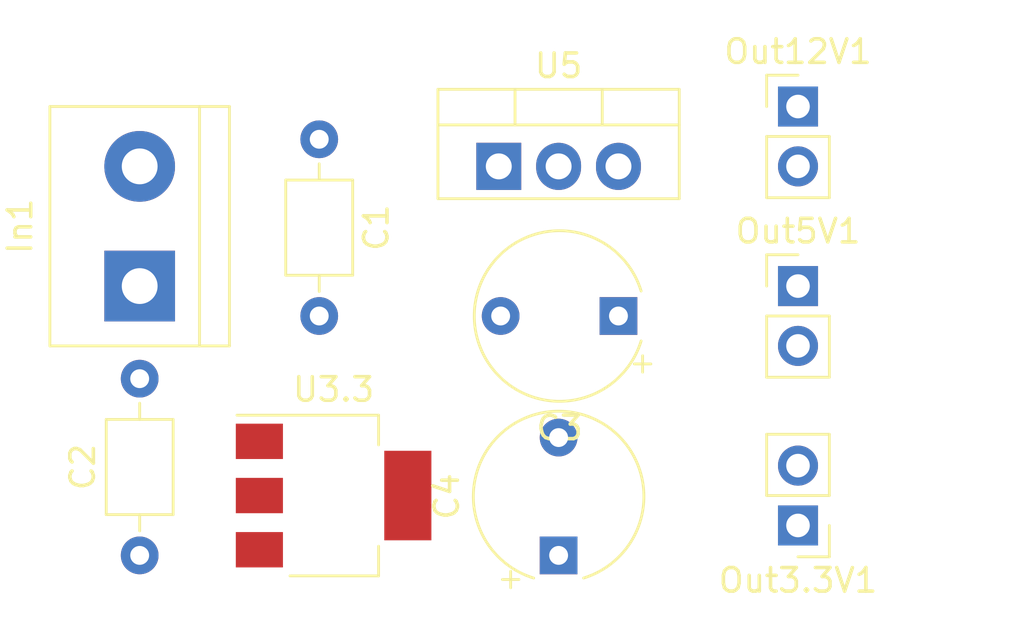
<source format=kicad_pcb>
(kicad_pcb (version 20171130) (host pcbnew 5.1.2-f72e74a~84~ubuntu18.10.1)

  (general
    (thickness 1.6)
    (drawings 0)
    (tracks 0)
    (zones 0)
    (modules 10)
    (nets 6)
  )

  (page A4)
  (layers
    (0 F.Cu signal)
    (31 B.Cu signal)
    (32 B.Adhes user)
    (33 F.Adhes user)
    (34 B.Paste user)
    (35 F.Paste user)
    (36 B.SilkS user)
    (37 F.SilkS user)
    (38 B.Mask user)
    (39 F.Mask user)
    (40 Dwgs.User user)
    (41 Cmts.User user)
    (42 Eco1.User user)
    (43 Eco2.User user)
    (44 Edge.Cuts user)
    (45 Margin user)
    (46 B.CrtYd user)
    (47 F.CrtYd user)
    (48 B.Fab user)
    (49 F.Fab user)
  )

  (setup
    (last_trace_width 0.25)
    (trace_clearance 0.2)
    (zone_clearance 0.508)
    (zone_45_only no)
    (trace_min 0.2)
    (via_size 0.8)
    (via_drill 0.4)
    (via_min_size 0.4)
    (via_min_drill 0.3)
    (uvia_size 0.3)
    (uvia_drill 0.1)
    (uvias_allowed no)
    (uvia_min_size 0.2)
    (uvia_min_drill 0.1)
    (edge_width 0.05)
    (segment_width 0.2)
    (pcb_text_width 0.3)
    (pcb_text_size 1.5 1.5)
    (mod_edge_width 0.12)
    (mod_text_size 1 1)
    (mod_text_width 0.15)
    (pad_size 1.524 1.524)
    (pad_drill 0.762)
    (pad_to_mask_clearance 0.051)
    (solder_mask_min_width 0.25)
    (aux_axis_origin 0 0)
    (visible_elements FFFFFF7F)
    (pcbplotparams
      (layerselection 0x010fc_ffffffff)
      (usegerberextensions false)
      (usegerberattributes false)
      (usegerberadvancedattributes false)
      (creategerberjobfile false)
      (excludeedgelayer true)
      (linewidth 0.100000)
      (plotframeref false)
      (viasonmask false)
      (mode 1)
      (useauxorigin false)
      (hpglpennumber 1)
      (hpglpenspeed 20)
      (hpglpendiameter 15.000000)
      (psnegative false)
      (psa4output false)
      (plotreference true)
      (plotvalue true)
      (plotinvisibletext false)
      (padsonsilk false)
      (subtractmaskfromsilk false)
      (outputformat 1)
      (mirror false)
      (drillshape 1)
      (scaleselection 1)
      (outputdirectory ""))
  )

  (net 0 "")
  (net 1 GNDREF)
  (net 2 "Net-(C1-Pad1)")
  (net 3 "Net-(C3-Pad1)")
  (net 4 "Net-(C4-Pad1)")
  (net 5 "Net-(U5-Pad2)")

  (net_class Default "This is the default net class."
    (clearance 0.2)
    (trace_width 0.25)
    (via_dia 0.8)
    (via_drill 0.4)
    (uvia_dia 0.3)
    (uvia_drill 0.1)
    (add_net GNDREF)
    (add_net "Net-(C1-Pad1)")
    (add_net "Net-(C3-Pad1)")
    (add_net "Net-(C4-Pad1)")
    (add_net "Net-(U5-Pad2)")
  )

  (module Capacitor_THT:C_Axial_L3.8mm_D2.6mm_P7.50mm_Horizontal (layer F.Cu) (tedit 5AE50EF0) (tstamp 5CE5D98A)
    (at 106.68 64.89 270)
    (descr "C, Axial series, Axial, Horizontal, pin pitch=7.5mm, , length*diameter=3.8*2.6mm^2, http://www.vishay.com/docs/45231/arseries.pdf")
    (tags "C Axial series Axial Horizontal pin pitch 7.5mm  length 3.8mm diameter 2.6mm")
    (path /5CE5CEB5)
    (fp_text reference C1 (at 3.75 -2.42 90) (layer F.SilkS)
      (effects (font (size 1 1) (thickness 0.15)))
    )
    (fp_text value 0.1uF (at 3.75 2.42 90) (layer F.Fab)
      (effects (font (size 1 1) (thickness 0.15)))
    )
    (fp_text user %R (at 3.75 0 90) (layer F.Fab)
      (effects (font (size 0.76 0.76) (thickness 0.114)))
    )
    (fp_line (start 8.55 -1.55) (end -1.05 -1.55) (layer F.CrtYd) (width 0.05))
    (fp_line (start 8.55 1.55) (end 8.55 -1.55) (layer F.CrtYd) (width 0.05))
    (fp_line (start -1.05 1.55) (end 8.55 1.55) (layer F.CrtYd) (width 0.05))
    (fp_line (start -1.05 -1.55) (end -1.05 1.55) (layer F.CrtYd) (width 0.05))
    (fp_line (start 6.46 0) (end 5.77 0) (layer F.SilkS) (width 0.12))
    (fp_line (start 1.04 0) (end 1.73 0) (layer F.SilkS) (width 0.12))
    (fp_line (start 5.77 -1.42) (end 1.73 -1.42) (layer F.SilkS) (width 0.12))
    (fp_line (start 5.77 1.42) (end 5.77 -1.42) (layer F.SilkS) (width 0.12))
    (fp_line (start 1.73 1.42) (end 5.77 1.42) (layer F.SilkS) (width 0.12))
    (fp_line (start 1.73 -1.42) (end 1.73 1.42) (layer F.SilkS) (width 0.12))
    (fp_line (start 7.5 0) (end 5.65 0) (layer F.Fab) (width 0.1))
    (fp_line (start 0 0) (end 1.85 0) (layer F.Fab) (width 0.1))
    (fp_line (start 5.65 -1.3) (end 1.85 -1.3) (layer F.Fab) (width 0.1))
    (fp_line (start 5.65 1.3) (end 5.65 -1.3) (layer F.Fab) (width 0.1))
    (fp_line (start 1.85 1.3) (end 5.65 1.3) (layer F.Fab) (width 0.1))
    (fp_line (start 1.85 -1.3) (end 1.85 1.3) (layer F.Fab) (width 0.1))
    (pad 2 thru_hole oval (at 7.5 0 270) (size 1.6 1.6) (drill 0.8) (layers *.Cu *.Mask)
      (net 1 GNDREF))
    (pad 1 thru_hole circle (at 0 0 270) (size 1.6 1.6) (drill 0.8) (layers *.Cu *.Mask)
      (net 2 "Net-(C1-Pad1)"))
    (model ${KISYS3DMOD}/Capacitor_THT.3dshapes/C_Axial_L3.8mm_D2.6mm_P7.50mm_Horizontal.wrl
      (at (xyz 0 0 0))
      (scale (xyz 1 1 1))
      (rotate (xyz 0 0 0))
    )
  )

  (module Capacitor_THT:C_Axial_L3.8mm_D2.6mm_P7.50mm_Horizontal (layer F.Cu) (tedit 5AE50EF0) (tstamp 5CE5D9A1)
    (at 99.06 82.55 90)
    (descr "C, Axial series, Axial, Horizontal, pin pitch=7.5mm, , length*diameter=3.8*2.6mm^2, http://www.vishay.com/docs/45231/arseries.pdf")
    (tags "C Axial series Axial Horizontal pin pitch 7.5mm  length 3.8mm diameter 2.6mm")
    (path /5CE5B116)
    (fp_text reference C2 (at 3.75 -2.42 90) (layer F.SilkS)
      (effects (font (size 1 1) (thickness 0.15)))
    )
    (fp_text value 0.1uF (at 3.75 2.42 90) (layer F.Fab)
      (effects (font (size 1 1) (thickness 0.15)))
    )
    (fp_line (start 1.85 -1.3) (end 1.85 1.3) (layer F.Fab) (width 0.1))
    (fp_line (start 1.85 1.3) (end 5.65 1.3) (layer F.Fab) (width 0.1))
    (fp_line (start 5.65 1.3) (end 5.65 -1.3) (layer F.Fab) (width 0.1))
    (fp_line (start 5.65 -1.3) (end 1.85 -1.3) (layer F.Fab) (width 0.1))
    (fp_line (start 0 0) (end 1.85 0) (layer F.Fab) (width 0.1))
    (fp_line (start 7.5 0) (end 5.65 0) (layer F.Fab) (width 0.1))
    (fp_line (start 1.73 -1.42) (end 1.73 1.42) (layer F.SilkS) (width 0.12))
    (fp_line (start 1.73 1.42) (end 5.77 1.42) (layer F.SilkS) (width 0.12))
    (fp_line (start 5.77 1.42) (end 5.77 -1.42) (layer F.SilkS) (width 0.12))
    (fp_line (start 5.77 -1.42) (end 1.73 -1.42) (layer F.SilkS) (width 0.12))
    (fp_line (start 1.04 0) (end 1.73 0) (layer F.SilkS) (width 0.12))
    (fp_line (start 6.46 0) (end 5.77 0) (layer F.SilkS) (width 0.12))
    (fp_line (start -1.05 -1.55) (end -1.05 1.55) (layer F.CrtYd) (width 0.05))
    (fp_line (start -1.05 1.55) (end 8.55 1.55) (layer F.CrtYd) (width 0.05))
    (fp_line (start 8.55 1.55) (end 8.55 -1.55) (layer F.CrtYd) (width 0.05))
    (fp_line (start 8.55 -1.55) (end -1.05 -1.55) (layer F.CrtYd) (width 0.05))
    (fp_text user %R (at 3.75 0 90) (layer F.Fab)
      (effects (font (size 0.76 0.76) (thickness 0.114)))
    )
    (pad 1 thru_hole circle (at 0 0 90) (size 1.6 1.6) (drill 0.8) (layers *.Cu *.Mask)
      (net 2 "Net-(C1-Pad1)"))
    (pad 2 thru_hole oval (at 7.5 0 90) (size 1.6 1.6) (drill 0.8) (layers *.Cu *.Mask)
      (net 1 GNDREF))
    (model ${KISYS3DMOD}/Capacitor_THT.3dshapes/C_Axial_L3.8mm_D2.6mm_P7.50mm_Horizontal.wrl
      (at (xyz 0 0 0))
      (scale (xyz 1 1 1))
      (rotate (xyz 0 0 0))
    )
  )

  (module Capacitor_THT:CP_Radial_Tantal_D7.0mm_P5.00mm (layer F.Cu) (tedit 5AE50EF0) (tstamp 5CE5D9AF)
    (at 119.38 72.39 180)
    (descr "CP, Radial_Tantal series, Radial, pin pitch=5.00mm, , diameter=7.0mm, Tantal Electrolytic Capacitor, http://cdn-reichelt.de/documents/datenblatt/B300/TANTAL-TB-Serie%23.pdf")
    (tags "CP Radial_Tantal series Radial pin pitch 5.00mm  diameter 7.0mm Tantal Electrolytic Capacitor")
    (path /5CE5D267)
    (fp_text reference C3 (at 2.5 -4.75) (layer F.SilkS)
      (effects (font (size 1 1) (thickness 0.15)))
    )
    (fp_text value 10uF (at 2.5 4.75) (layer F.Fab)
      (effects (font (size 1 1) (thickness 0.15)))
    )
    (fp_text user %R (at 2.5 0) (layer F.Fab)
      (effects (font (size 1 1) (thickness 0.15)))
    )
    (fp_line (start -1.024723 -2.385) (end -1.024723 -1.685) (layer F.SilkS) (width 0.12))
    (fp_line (start -1.374723 -2.035) (end -0.674723 -2.035) (layer F.SilkS) (width 0.12))
    (fp_line (start -0.145708 -1.8775) (end -0.145708 -1.1775) (layer F.Fab) (width 0.1))
    (fp_line (start -0.495708 -1.5275) (end 0.204292 -1.5275) (layer F.Fab) (width 0.1))
    (fp_circle (center 2.5 0) (end 6.25 0) (layer F.CrtYd) (width 0.05))
    (fp_circle (center 2.5 0) (end 6 0) (layer F.Fab) (width 0.1))
    (fp_arc (start 2.5 0) (end -0.961329 -1.06) (angle 325.946556) (layer F.SilkS) (width 0.12))
    (pad 2 thru_hole circle (at 5 0 180) (size 1.6 1.6) (drill 0.8) (layers *.Cu *.Mask)
      (net 1 GNDREF))
    (pad 1 thru_hole rect (at 0 0 180) (size 1.6 1.6) (drill 0.8) (layers *.Cu *.Mask)
      (net 3 "Net-(C3-Pad1)"))
    (model ${KISYS3DMOD}/Capacitor_THT.3dshapes/CP_Radial_Tantal_D7.0mm_P5.00mm.wrl
      (at (xyz 0 0 0))
      (scale (xyz 1 1 1))
      (rotate (xyz 0 0 0))
    )
  )

  (module Capacitor_THT:CP_Radial_Tantal_D7.0mm_P5.00mm (layer F.Cu) (tedit 5AE50EF0) (tstamp 5CE5D9BD)
    (at 116.84 82.55 90)
    (descr "CP, Radial_Tantal series, Radial, pin pitch=5.00mm, , diameter=7.0mm, Tantal Electrolytic Capacitor, http://cdn-reichelt.de/documents/datenblatt/B300/TANTAL-TB-Serie%23.pdf")
    (tags "CP Radial_Tantal series Radial pin pitch 5.00mm  diameter 7.0mm Tantal Electrolytic Capacitor")
    (path /5CE5C12C)
    (fp_text reference C4 (at 2.5 -4.75 90) (layer F.SilkS)
      (effects (font (size 1 1) (thickness 0.15)))
    )
    (fp_text value 10uF (at 2.5 4.75 90) (layer F.Fab)
      (effects (font (size 1 1) (thickness 0.15)))
    )
    (fp_arc (start 2.5 0) (end -0.961329 -1.06) (angle 325.946556) (layer F.SilkS) (width 0.12))
    (fp_circle (center 2.5 0) (end 6 0) (layer F.Fab) (width 0.1))
    (fp_circle (center 2.5 0) (end 6.25 0) (layer F.CrtYd) (width 0.05))
    (fp_line (start -0.495708 -1.5275) (end 0.204292 -1.5275) (layer F.Fab) (width 0.1))
    (fp_line (start -0.145708 -1.8775) (end -0.145708 -1.1775) (layer F.Fab) (width 0.1))
    (fp_line (start -1.374723 -2.035) (end -0.674723 -2.035) (layer F.SilkS) (width 0.12))
    (fp_line (start -1.024723 -2.385) (end -1.024723 -1.685) (layer F.SilkS) (width 0.12))
    (fp_text user %R (at 2.5 0 90) (layer F.Fab)
      (effects (font (size 1 1) (thickness 0.15)))
    )
    (pad 1 thru_hole rect (at 0 0 90) (size 1.6 1.6) (drill 0.8) (layers *.Cu *.Mask)
      (net 4 "Net-(C4-Pad1)"))
    (pad 2 thru_hole circle (at 5 0 90) (size 1.6 1.6) (drill 0.8) (layers *.Cu *.Mask)
      (net 1 GNDREF))
    (model ${KISYS3DMOD}/Capacitor_THT.3dshapes/CP_Radial_Tantal_D7.0mm_P5.00mm.wrl
      (at (xyz 0 0 0))
      (scale (xyz 1 1 1))
      (rotate (xyz 0 0 0))
    )
  )

  (module TerminalBlock:TerminalBlock_bornier-2_P5.08mm (layer F.Cu) (tedit 59FF03AB) (tstamp 5CE5D9D2)
    (at 99.06 71.12 90)
    (descr "simple 2-pin terminal block, pitch 5.08mm, revamped version of bornier2")
    (tags "terminal block bornier2")
    (path /5CE64C10)
    (fp_text reference In1 (at 2.54 -5.08 90) (layer F.SilkS)
      (effects (font (size 1 1) (thickness 0.15)))
    )
    (fp_text value Conn_01x02_MountingPin (at 2.54 5.08 90) (layer F.Fab)
      (effects (font (size 1 1) (thickness 0.15)))
    )
    (fp_text user %R (at 2.54 0 90) (layer F.Fab)
      (effects (font (size 1 1) (thickness 0.15)))
    )
    (fp_line (start -2.41 2.55) (end 7.49 2.55) (layer F.Fab) (width 0.1))
    (fp_line (start -2.46 -3.75) (end -2.46 3.75) (layer F.Fab) (width 0.1))
    (fp_line (start -2.46 3.75) (end 7.54 3.75) (layer F.Fab) (width 0.1))
    (fp_line (start 7.54 3.75) (end 7.54 -3.75) (layer F.Fab) (width 0.1))
    (fp_line (start 7.54 -3.75) (end -2.46 -3.75) (layer F.Fab) (width 0.1))
    (fp_line (start 7.62 2.54) (end -2.54 2.54) (layer F.SilkS) (width 0.12))
    (fp_line (start 7.62 3.81) (end 7.62 -3.81) (layer F.SilkS) (width 0.12))
    (fp_line (start 7.62 -3.81) (end -2.54 -3.81) (layer F.SilkS) (width 0.12))
    (fp_line (start -2.54 -3.81) (end -2.54 3.81) (layer F.SilkS) (width 0.12))
    (fp_line (start -2.54 3.81) (end 7.62 3.81) (layer F.SilkS) (width 0.12))
    (fp_line (start -2.71 -4) (end 7.79 -4) (layer F.CrtYd) (width 0.05))
    (fp_line (start -2.71 -4) (end -2.71 4) (layer F.CrtYd) (width 0.05))
    (fp_line (start 7.79 4) (end 7.79 -4) (layer F.CrtYd) (width 0.05))
    (fp_line (start 7.79 4) (end -2.71 4) (layer F.CrtYd) (width 0.05))
    (pad 1 thru_hole rect (at 0 0 90) (size 3 3) (drill 1.52) (layers *.Cu *.Mask)
      (net 1 GNDREF))
    (pad 2 thru_hole circle (at 5.08 0 90) (size 3 3) (drill 1.52) (layers *.Cu *.Mask)
      (net 2 "Net-(C1-Pad1)"))
    (model ${KISYS3DMOD}/TerminalBlock.3dshapes/TerminalBlock_bornier-2_P5.08mm.wrl
      (offset (xyz 2.539999961853027 0 0))
      (scale (xyz 1 1 1))
      (rotate (xyz 0 0 0))
    )
  )

  (module Connector_PinHeader_2.54mm:PinHeader_1x02_P2.54mm_Vertical (layer F.Cu) (tedit 59FED5CC) (tstamp 5CE5D9E8)
    (at 127 63.5)
    (descr "Through hole straight pin header, 1x02, 2.54mm pitch, single row")
    (tags "Through hole pin header THT 1x02 2.54mm single row")
    (path /5CE6867E)
    (fp_text reference Out12V1 (at 0 -2.33) (layer F.SilkS)
      (effects (font (size 1 1) (thickness 0.15)))
    )
    (fp_text value Conn_01x02_MountingPin (at 0 4.87) (layer F.Fab)
      (effects (font (size 1 1) (thickness 0.15)))
    )
    (fp_line (start -0.635 -1.27) (end 1.27 -1.27) (layer F.Fab) (width 0.1))
    (fp_line (start 1.27 -1.27) (end 1.27 3.81) (layer F.Fab) (width 0.1))
    (fp_line (start 1.27 3.81) (end -1.27 3.81) (layer F.Fab) (width 0.1))
    (fp_line (start -1.27 3.81) (end -1.27 -0.635) (layer F.Fab) (width 0.1))
    (fp_line (start -1.27 -0.635) (end -0.635 -1.27) (layer F.Fab) (width 0.1))
    (fp_line (start -1.33 3.87) (end 1.33 3.87) (layer F.SilkS) (width 0.12))
    (fp_line (start -1.33 1.27) (end -1.33 3.87) (layer F.SilkS) (width 0.12))
    (fp_line (start 1.33 1.27) (end 1.33 3.87) (layer F.SilkS) (width 0.12))
    (fp_line (start -1.33 1.27) (end 1.33 1.27) (layer F.SilkS) (width 0.12))
    (fp_line (start -1.33 0) (end -1.33 -1.33) (layer F.SilkS) (width 0.12))
    (fp_line (start -1.33 -1.33) (end 0 -1.33) (layer F.SilkS) (width 0.12))
    (fp_line (start -1.8 -1.8) (end -1.8 4.35) (layer F.CrtYd) (width 0.05))
    (fp_line (start -1.8 4.35) (end 1.8 4.35) (layer F.CrtYd) (width 0.05))
    (fp_line (start 1.8 4.35) (end 1.8 -1.8) (layer F.CrtYd) (width 0.05))
    (fp_line (start 1.8 -1.8) (end -1.8 -1.8) (layer F.CrtYd) (width 0.05))
    (fp_text user %R (at 0 1.27 90) (layer F.Fab)
      (effects (font (size 1 1) (thickness 0.15)))
    )
    (pad 1 thru_hole rect (at 0 0) (size 1.7 1.7) (drill 1) (layers *.Cu *.Mask)
      (net 2 "Net-(C1-Pad1)"))
    (pad 2 thru_hole oval (at 0 2.54) (size 1.7 1.7) (drill 1) (layers *.Cu *.Mask)
      (net 1 GNDREF))
    (model ${KISYS3DMOD}/Connector_PinHeader_2.54mm.3dshapes/PinHeader_1x02_P2.54mm_Vertical.wrl
      (at (xyz 0 0 0))
      (scale (xyz 1 1 1))
      (rotate (xyz 0 0 0))
    )
  )

  (module Connector_PinHeader_2.54mm:PinHeader_1x02_P2.54mm_Vertical (layer F.Cu) (tedit 59FED5CC) (tstamp 5CE5D9FE)
    (at 127 81.28 180)
    (descr "Through hole straight pin header, 1x02, 2.54mm pitch, single row")
    (tags "Through hole pin header THT 1x02 2.54mm single row")
    (path /5CE66EA6)
    (fp_text reference Out3.3V1 (at 0 -2.33) (layer F.SilkS)
      (effects (font (size 1 1) (thickness 0.15)))
    )
    (fp_text value Conn_01x02_MountingPin (at 0 4.87) (layer F.Fab)
      (effects (font (size 1 1) (thickness 0.15)))
    )
    (fp_line (start -0.635 -1.27) (end 1.27 -1.27) (layer F.Fab) (width 0.1))
    (fp_line (start 1.27 -1.27) (end 1.27 3.81) (layer F.Fab) (width 0.1))
    (fp_line (start 1.27 3.81) (end -1.27 3.81) (layer F.Fab) (width 0.1))
    (fp_line (start -1.27 3.81) (end -1.27 -0.635) (layer F.Fab) (width 0.1))
    (fp_line (start -1.27 -0.635) (end -0.635 -1.27) (layer F.Fab) (width 0.1))
    (fp_line (start -1.33 3.87) (end 1.33 3.87) (layer F.SilkS) (width 0.12))
    (fp_line (start -1.33 1.27) (end -1.33 3.87) (layer F.SilkS) (width 0.12))
    (fp_line (start 1.33 1.27) (end 1.33 3.87) (layer F.SilkS) (width 0.12))
    (fp_line (start -1.33 1.27) (end 1.33 1.27) (layer F.SilkS) (width 0.12))
    (fp_line (start -1.33 0) (end -1.33 -1.33) (layer F.SilkS) (width 0.12))
    (fp_line (start -1.33 -1.33) (end 0 -1.33) (layer F.SilkS) (width 0.12))
    (fp_line (start -1.8 -1.8) (end -1.8 4.35) (layer F.CrtYd) (width 0.05))
    (fp_line (start -1.8 4.35) (end 1.8 4.35) (layer F.CrtYd) (width 0.05))
    (fp_line (start 1.8 4.35) (end 1.8 -1.8) (layer F.CrtYd) (width 0.05))
    (fp_line (start 1.8 -1.8) (end -1.8 -1.8) (layer F.CrtYd) (width 0.05))
    (fp_text user %R (at 0 1.27 90) (layer F.Fab)
      (effects (font (size 1 1) (thickness 0.15)))
    )
    (pad 1 thru_hole rect (at 0 0 180) (size 1.7 1.7) (drill 1) (layers *.Cu *.Mask)
      (net 4 "Net-(C4-Pad1)"))
    (pad 2 thru_hole oval (at 0 2.54 180) (size 1.7 1.7) (drill 1) (layers *.Cu *.Mask)
      (net 1 GNDREF))
    (model ${KISYS3DMOD}/Connector_PinHeader_2.54mm.3dshapes/PinHeader_1x02_P2.54mm_Vertical.wrl
      (at (xyz 0 0 0))
      (scale (xyz 1 1 1))
      (rotate (xyz 0 0 0))
    )
  )

  (module Connector_PinHeader_2.54mm:PinHeader_1x02_P2.54mm_Vertical (layer F.Cu) (tedit 59FED5CC) (tstamp 5CE5DA14)
    (at 127 71.12)
    (descr "Through hole straight pin header, 1x02, 2.54mm pitch, single row")
    (tags "Through hole pin header THT 1x02 2.54mm single row")
    (path /5CE67E5E)
    (fp_text reference Out5V1 (at 0 -2.33) (layer F.SilkS)
      (effects (font (size 1 1) (thickness 0.15)))
    )
    (fp_text value Conn_01x02_MountingPin (at 0 4.87) (layer F.Fab)
      (effects (font (size 1 1) (thickness 0.15)))
    )
    (fp_text user %R (at 0 1.27 90) (layer F.Fab)
      (effects (font (size 1 1) (thickness 0.15)))
    )
    (fp_line (start 1.8 -1.8) (end -1.8 -1.8) (layer F.CrtYd) (width 0.05))
    (fp_line (start 1.8 4.35) (end 1.8 -1.8) (layer F.CrtYd) (width 0.05))
    (fp_line (start -1.8 4.35) (end 1.8 4.35) (layer F.CrtYd) (width 0.05))
    (fp_line (start -1.8 -1.8) (end -1.8 4.35) (layer F.CrtYd) (width 0.05))
    (fp_line (start -1.33 -1.33) (end 0 -1.33) (layer F.SilkS) (width 0.12))
    (fp_line (start -1.33 0) (end -1.33 -1.33) (layer F.SilkS) (width 0.12))
    (fp_line (start -1.33 1.27) (end 1.33 1.27) (layer F.SilkS) (width 0.12))
    (fp_line (start 1.33 1.27) (end 1.33 3.87) (layer F.SilkS) (width 0.12))
    (fp_line (start -1.33 1.27) (end -1.33 3.87) (layer F.SilkS) (width 0.12))
    (fp_line (start -1.33 3.87) (end 1.33 3.87) (layer F.SilkS) (width 0.12))
    (fp_line (start -1.27 -0.635) (end -0.635 -1.27) (layer F.Fab) (width 0.1))
    (fp_line (start -1.27 3.81) (end -1.27 -0.635) (layer F.Fab) (width 0.1))
    (fp_line (start 1.27 3.81) (end -1.27 3.81) (layer F.Fab) (width 0.1))
    (fp_line (start 1.27 -1.27) (end 1.27 3.81) (layer F.Fab) (width 0.1))
    (fp_line (start -0.635 -1.27) (end 1.27 -1.27) (layer F.Fab) (width 0.1))
    (pad 2 thru_hole oval (at 0 2.54) (size 1.7 1.7) (drill 1) (layers *.Cu *.Mask)
      (net 1 GNDREF))
    (pad 1 thru_hole rect (at 0 0) (size 1.7 1.7) (drill 1) (layers *.Cu *.Mask)
      (net 3 "Net-(C3-Pad1)"))
    (model ${KISYS3DMOD}/Connector_PinHeader_2.54mm.3dshapes/PinHeader_1x02_P2.54mm_Vertical.wrl
      (at (xyz 0 0 0))
      (scale (xyz 1 1 1))
      (rotate (xyz 0 0 0))
    )
  )

  (module Package_TO_SOT_SMD:SOT-223-3_TabPin2 (layer F.Cu) (tedit 5A02FF57) (tstamp 5CE5DCBF)
    (at 107.29 80.01)
    (descr "module CMS SOT223 4 pins")
    (tags "CMS SOT")
    (path /5CE5987C)
    (attr smd)
    (fp_text reference U3.3 (at 0 -4.5) (layer F.SilkS)
      (effects (font (size 1 1) (thickness 0.15)))
    )
    (fp_text value AMS1117-3.3 (at 0 4.5) (layer F.Fab)
      (effects (font (size 1 1) (thickness 0.15)))
    )
    (fp_text user %R (at 0 0 90) (layer F.Fab)
      (effects (font (size 0.8 0.8) (thickness 0.12)))
    )
    (fp_line (start 1.91 3.41) (end 1.91 2.15) (layer F.SilkS) (width 0.12))
    (fp_line (start 1.91 -3.41) (end 1.91 -2.15) (layer F.SilkS) (width 0.12))
    (fp_line (start 4.4 -3.6) (end -4.4 -3.6) (layer F.CrtYd) (width 0.05))
    (fp_line (start 4.4 3.6) (end 4.4 -3.6) (layer F.CrtYd) (width 0.05))
    (fp_line (start -4.4 3.6) (end 4.4 3.6) (layer F.CrtYd) (width 0.05))
    (fp_line (start -4.4 -3.6) (end -4.4 3.6) (layer F.CrtYd) (width 0.05))
    (fp_line (start -1.85 -2.35) (end -0.85 -3.35) (layer F.Fab) (width 0.1))
    (fp_line (start -1.85 -2.35) (end -1.85 3.35) (layer F.Fab) (width 0.1))
    (fp_line (start -1.85 3.41) (end 1.91 3.41) (layer F.SilkS) (width 0.12))
    (fp_line (start -0.85 -3.35) (end 1.85 -3.35) (layer F.Fab) (width 0.1))
    (fp_line (start -4.1 -3.41) (end 1.91 -3.41) (layer F.SilkS) (width 0.12))
    (fp_line (start -1.85 3.35) (end 1.85 3.35) (layer F.Fab) (width 0.1))
    (fp_line (start 1.85 -3.35) (end 1.85 3.35) (layer F.Fab) (width 0.1))
    (pad 2 smd rect (at 3.15 0) (size 2 3.8) (layers F.Cu F.Paste F.Mask)
      (net 4 "Net-(C4-Pad1)"))
    (pad 2 smd rect (at -3.15 0) (size 2 1.5) (layers F.Cu F.Paste F.Mask)
      (net 4 "Net-(C4-Pad1)"))
    (pad 3 smd rect (at -3.15 2.3) (size 2 1.5) (layers F.Cu F.Paste F.Mask)
      (net 2 "Net-(C1-Pad1)"))
    (pad 1 smd rect (at -3.15 -2.3) (size 2 1.5) (layers F.Cu F.Paste F.Mask)
      (net 1 GNDREF))
    (model ${KISYS3DMOD}/Package_TO_SOT_SMD.3dshapes/SOT-223.wrl
      (at (xyz 0 0 0))
      (scale (xyz 1 1 1))
      (rotate (xyz 0 0 0))
    )
  )

  (module Package_TO_SOT_THT:TO-220-3_Vertical (layer F.Cu) (tedit 5AC8BA0D) (tstamp 5CE5DA44)
    (at 114.3 66.04)
    (descr "TO-220-3, Vertical, RM 2.54mm, see https://www.vishay.com/docs/66542/to-220-1.pdf")
    (tags "TO-220-3 Vertical RM 2.54mm")
    (path /5CE59235)
    (fp_text reference U5 (at 2.54 -4.27) (layer F.SilkS)
      (effects (font (size 1 1) (thickness 0.15)))
    )
    (fp_text value L7805 (at 2.54 2.5) (layer F.Fab)
      (effects (font (size 1 1) (thickness 0.15)))
    )
    (fp_line (start -2.46 -3.15) (end -2.46 1.25) (layer F.Fab) (width 0.1))
    (fp_line (start -2.46 1.25) (end 7.54 1.25) (layer F.Fab) (width 0.1))
    (fp_line (start 7.54 1.25) (end 7.54 -3.15) (layer F.Fab) (width 0.1))
    (fp_line (start 7.54 -3.15) (end -2.46 -3.15) (layer F.Fab) (width 0.1))
    (fp_line (start -2.46 -1.88) (end 7.54 -1.88) (layer F.Fab) (width 0.1))
    (fp_line (start 0.69 -3.15) (end 0.69 -1.88) (layer F.Fab) (width 0.1))
    (fp_line (start 4.39 -3.15) (end 4.39 -1.88) (layer F.Fab) (width 0.1))
    (fp_line (start -2.58 -3.27) (end 7.66 -3.27) (layer F.SilkS) (width 0.12))
    (fp_line (start -2.58 1.371) (end 7.66 1.371) (layer F.SilkS) (width 0.12))
    (fp_line (start -2.58 -3.27) (end -2.58 1.371) (layer F.SilkS) (width 0.12))
    (fp_line (start 7.66 -3.27) (end 7.66 1.371) (layer F.SilkS) (width 0.12))
    (fp_line (start -2.58 -1.76) (end 7.66 -1.76) (layer F.SilkS) (width 0.12))
    (fp_line (start 0.69 -3.27) (end 0.69 -1.76) (layer F.SilkS) (width 0.12))
    (fp_line (start 4.391 -3.27) (end 4.391 -1.76) (layer F.SilkS) (width 0.12))
    (fp_line (start -2.71 -3.4) (end -2.71 1.51) (layer F.CrtYd) (width 0.05))
    (fp_line (start -2.71 1.51) (end 7.79 1.51) (layer F.CrtYd) (width 0.05))
    (fp_line (start 7.79 1.51) (end 7.79 -3.4) (layer F.CrtYd) (width 0.05))
    (fp_line (start 7.79 -3.4) (end -2.71 -3.4) (layer F.CrtYd) (width 0.05))
    (fp_text user %R (at 2.54 -4.27) (layer F.Fab)
      (effects (font (size 1 1) (thickness 0.15)))
    )
    (pad 1 thru_hole rect (at 0 0) (size 1.905 2) (drill 1.1) (layers *.Cu *.Mask)
      (net 2 "Net-(C1-Pad1)"))
    (pad 2 thru_hole oval (at 2.54 0) (size 1.905 2) (drill 1.1) (layers *.Cu *.Mask)
      (net 5 "Net-(U5-Pad2)"))
    (pad 3 thru_hole oval (at 5.08 0) (size 1.905 2) (drill 1.1) (layers *.Cu *.Mask)
      (net 3 "Net-(C3-Pad1)"))
    (model ${KISYS3DMOD}/Package_TO_SOT_THT.3dshapes/TO-220-3_Vertical.wrl
      (at (xyz 0 0 0))
      (scale (xyz 1 1 1))
      (rotate (xyz 0 0 0))
    )
  )

)

</source>
